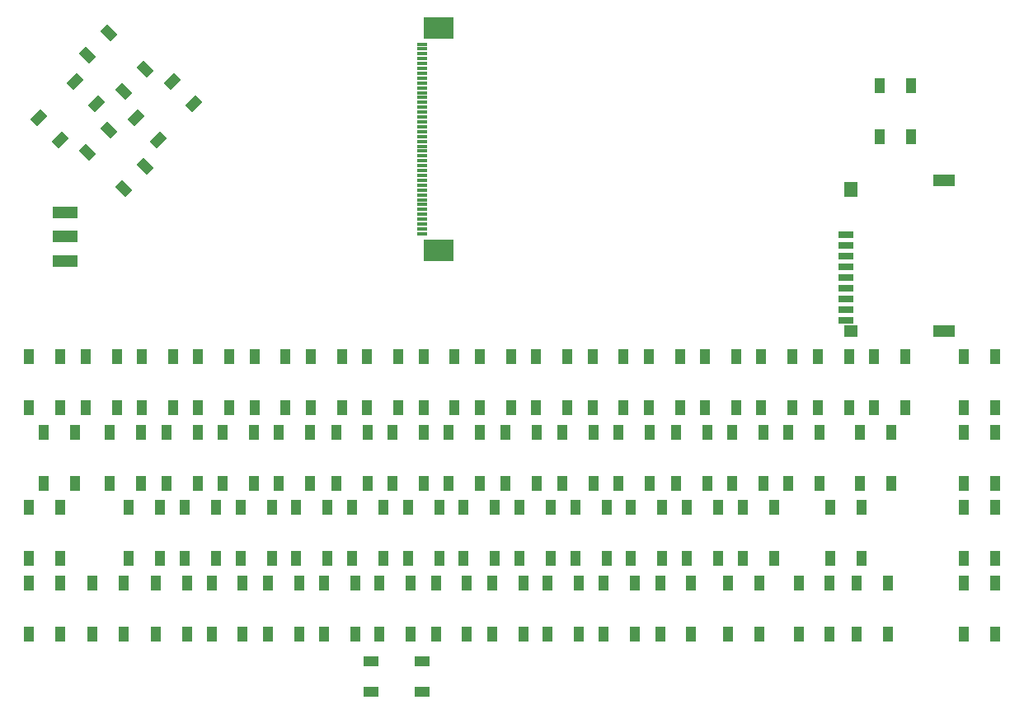
<source format=gbr>
%TF.GenerationSoftware,KiCad,Pcbnew,(6.0.0)*%
%TF.CreationDate,2022-10-15T12:08:06+11:00*%
%TF.ProjectId,c64pico,63363470-6963-46f2-9e6b-696361645f70,rev?*%
%TF.SameCoordinates,Original*%
%TF.FileFunction,Paste,Top*%
%TF.FilePolarity,Positive*%
%FSLAX46Y46*%
G04 Gerber Fmt 4.6, Leading zero omitted, Abs format (unit mm)*
G04 Created by KiCad (PCBNEW (6.0.0)) date 2022-10-15 12:08:06*
%MOMM*%
%LPD*%
G01*
G04 APERTURE LIST*
G04 Aperture macros list*
%AMRotRect*
0 Rectangle, with rotation*
0 The origin of the aperture is its center*
0 $1 length*
0 $2 width*
0 $3 Rotation angle, in degrees counterclockwise*
0 Add horizontal line*
21,1,$1,$2,0,0,$3*%
G04 Aperture macros list end*
%ADD10R,1.000000X1.550000*%
%ADD11RotRect,1.550000X1.000000X135.000000*%
%ADD12RotRect,1.550000X1.000000X45.000000*%
%ADD13R,1.100000X0.300000*%
%ADD14R,3.100000X2.300000*%
%ADD15R,1.600000X0.700000*%
%ADD16R,2.200000X1.200000*%
%ADD17R,1.400000X1.200000*%
%ADD18R,1.400000X1.600000*%
%ADD19R,2.500000X1.250000*%
%ADD20RotRect,1.550000X1.000000X225.000000*%
%ADD21R,1.550000X1.000000*%
G04 APERTURE END LIST*
D10*
%TO.C,SW61*%
X94480000Y-109775000D03*
X94480000Y-104525000D03*
X97680000Y-109775000D03*
X97680000Y-104525000D03*
%TD*%
%TO.C,SW15*%
X108840000Y-112275000D03*
X108840000Y-117525000D03*
X112040000Y-112275000D03*
X112040000Y-117525000D03*
%TD*%
%TO.C,SW62*%
X106050001Y-104525000D03*
X106050001Y-109775000D03*
X109250001Y-104525000D03*
X109250001Y-109775000D03*
%TD*%
D11*
%TO.C,SW67*%
X42589754Y-83492332D03*
X46302064Y-87204642D03*
X44852496Y-81229590D03*
X48564806Y-84941900D03*
%TD*%
D10*
%TO.C,SW10*%
X50740000Y-112275000D03*
X50740000Y-117525000D03*
X53940000Y-112275000D03*
X53940000Y-117525000D03*
%TD*%
%TO.C,SW2*%
X54000000Y-109775000D03*
X54000000Y-104525000D03*
X57200000Y-109775000D03*
X57200000Y-104525000D03*
%TD*%
%TO.C,SW37*%
X84180000Y-133025000D03*
X84180000Y-127775000D03*
X87380000Y-133025000D03*
X87380000Y-127775000D03*
%TD*%
%TO.C,SW23*%
X104170000Y-120025000D03*
X104170000Y-125275000D03*
X107370000Y-120025000D03*
X107370000Y-125275000D03*
%TD*%
%TO.C,SW54*%
X103060000Y-117525000D03*
X103060000Y-112275000D03*
X106260000Y-112275000D03*
X106260000Y-117525000D03*
%TD*%
%TO.C,SW26*%
X43150001Y-127775000D03*
X43150001Y-133025000D03*
X46350001Y-133025000D03*
X46350001Y-127775000D03*
%TD*%
%TO.C,SW48*%
X132650000Y-112274999D03*
X132650000Y-117524999D03*
X135850000Y-117524999D03*
X135850000Y-112274999D03*
%TD*%
%TO.C,SW27*%
X55369999Y-133025000D03*
X55369999Y-127775000D03*
X58569999Y-133025000D03*
X58569999Y-127775000D03*
%TD*%
%TO.C,SW65*%
X121950001Y-117525000D03*
X121950001Y-112275000D03*
X125150001Y-117525000D03*
X125150001Y-112275000D03*
%TD*%
%TO.C,SW44*%
X75580000Y-125275000D03*
X75580000Y-120025000D03*
X78780000Y-125275000D03*
X78780000Y-120025000D03*
%TD*%
%TO.C,SW63*%
X117610000Y-109775000D03*
X117610000Y-104525000D03*
X120810000Y-109775000D03*
X120810000Y-104525000D03*
%TD*%
D12*
%TO.C,SW69*%
X51311996Y-76262474D03*
X47599686Y-79974784D03*
X49862428Y-82237526D03*
X53574738Y-78525216D03*
%TD*%
D10*
%TO.C,SW3*%
X65560000Y-104525000D03*
X65560000Y-109775000D03*
X68760000Y-104525000D03*
X68760000Y-109775000D03*
%TD*%
%TO.C,SW52*%
X79740000Y-112275000D03*
X79740000Y-117525000D03*
X82940000Y-117525000D03*
X82940000Y-112275000D03*
%TD*%
%TO.C,SW53*%
X91400000Y-117525000D03*
X91400000Y-112275000D03*
X94600000Y-117525000D03*
X94600000Y-112275000D03*
%TD*%
%TO.C,SW5*%
X88700000Y-109775000D03*
X88700000Y-104525000D03*
X91900000Y-109775000D03*
X91900000Y-104525000D03*
%TD*%
%TO.C,SW51*%
X68180000Y-117525000D03*
X68180000Y-112275000D03*
X71380000Y-112275000D03*
X71380000Y-117525000D03*
%TD*%
%TO.C,SW58*%
X59780000Y-104525000D03*
X59780000Y-109775000D03*
X62980000Y-109775000D03*
X62980000Y-104525000D03*
%TD*%
%TO.C,SW25*%
X36650000Y-120025000D03*
X36650000Y-125275000D03*
X39850000Y-125275000D03*
X39850000Y-120025000D03*
%TD*%
%TO.C,SW47*%
X109950000Y-125275000D03*
X109950000Y-120025000D03*
X113150000Y-125275000D03*
X113150000Y-120025000D03*
%TD*%
%TO.C,SW49*%
X44899999Y-117525000D03*
X44899999Y-112275000D03*
X48099999Y-117525000D03*
X48099999Y-112275000D03*
%TD*%
%TO.C,SW55*%
X114620000Y-117525000D03*
X114620000Y-112275000D03*
X117820000Y-112275000D03*
X117820000Y-117525000D03*
%TD*%
%TO.C,SW12*%
X73960000Y-117524999D03*
X73960000Y-112274999D03*
X77160000Y-117524999D03*
X77160000Y-112274999D03*
%TD*%
%TO.C,SW46*%
X98390000Y-125275000D03*
X98390000Y-120025000D03*
X101590000Y-125275000D03*
X101590000Y-120025000D03*
%TD*%
D13*
%TO.C,J5*%
X76976800Y-91875009D03*
X76976800Y-91375009D03*
X76976800Y-90875009D03*
X76976800Y-90375009D03*
X76976800Y-89875009D03*
X76976800Y-89375009D03*
X76976800Y-88875009D03*
X76976800Y-88375009D03*
X76976800Y-87875009D03*
X76976800Y-87375009D03*
X76976800Y-86875009D03*
X76976800Y-86375009D03*
X76976800Y-85875009D03*
X76976800Y-85375009D03*
X76976800Y-84875009D03*
X76976800Y-84375009D03*
X76976800Y-83875009D03*
X76976800Y-83375009D03*
X76976800Y-82875009D03*
X76976800Y-82375009D03*
X76976800Y-81875009D03*
X76976800Y-81375009D03*
X76976800Y-80875009D03*
X76976800Y-80375009D03*
X76976800Y-79875009D03*
X76976800Y-79375009D03*
X76976800Y-78875009D03*
X76976800Y-78375009D03*
X76976800Y-77875009D03*
X76976800Y-77375009D03*
X76976800Y-76875009D03*
X76976800Y-76375009D03*
X76976800Y-75875009D03*
X76976800Y-75375009D03*
X76976800Y-74875009D03*
X76976800Y-74375009D03*
X76976800Y-73875009D03*
X76976800Y-73375009D03*
X76976800Y-72875009D03*
X76976800Y-72375009D03*
D14*
X78676800Y-70705009D03*
X78676800Y-93545009D03*
%TD*%
D10*
%TO.C,SW39*%
X108400000Y-133025000D03*
X108400000Y-127775000D03*
X111600000Y-133025000D03*
X111600000Y-127775000D03*
%TD*%
%TO.C,SW70*%
X124000000Y-81925000D03*
X124000000Y-76675000D03*
X127200000Y-81925000D03*
X127200000Y-76675000D03*
%TD*%
%TO.C,SW13*%
X85545001Y-112275000D03*
X85545001Y-117525000D03*
X88745001Y-112275000D03*
X88745001Y-117525000D03*
%TD*%
D15*
%TO.C,J6*%
X120499998Y-91950000D03*
X120499998Y-93050000D03*
X120499998Y-94150000D03*
X120499998Y-95250000D03*
X120499998Y-96350000D03*
D16*
X130599998Y-86400000D03*
D17*
X120999998Y-101900000D03*
D18*
X120999998Y-87300000D03*
D16*
X130599998Y-101900000D03*
D15*
X120499998Y-97450000D03*
X120499998Y-98550000D03*
X120499998Y-99650000D03*
X120499998Y-100750000D03*
%TD*%
D10*
%TO.C,SW6*%
X100260000Y-109775000D03*
X100260000Y-104525000D03*
X103460000Y-109775000D03*
X103460000Y-104525000D03*
%TD*%
%TO.C,SW16*%
X118900000Y-125275000D03*
X118900000Y-120025000D03*
X122100000Y-120025000D03*
X122100000Y-125275000D03*
%TD*%
%TO.C,SW60*%
X82910000Y-104525000D03*
X82910000Y-109775000D03*
X86110000Y-104525000D03*
X86110000Y-109775000D03*
%TD*%
%TO.C,SW28*%
X66930000Y-127775000D03*
X66930000Y-133025000D03*
X70130000Y-133025000D03*
X70130000Y-127775000D03*
%TD*%
%TO.C,SW40*%
X132650000Y-109775000D03*
X132650000Y-104525000D03*
X135850000Y-109775000D03*
X135850000Y-104525000D03*
%TD*%
%TO.C,SW32*%
X115650000Y-133025000D03*
X115650000Y-127775000D03*
X118850000Y-133025000D03*
X118850000Y-127775000D03*
%TD*%
%TO.C,SW34*%
X49650000Y-133025000D03*
X49650000Y-127775000D03*
X52850000Y-127775000D03*
X52850000Y-133025000D03*
%TD*%
%TO.C,SW29*%
X78400001Y-133025000D03*
X78400001Y-127775000D03*
X81600001Y-127775000D03*
X81600001Y-133025000D03*
%TD*%
D11*
%TO.C,SW66*%
X42589754Y-73516281D03*
X46302064Y-77228591D03*
X48564806Y-74965849D03*
X44852496Y-71253539D03*
%TD*%
D19*
%TO.C,SW71*%
X40350000Y-89650000D03*
X40350000Y-92150000D03*
X40350000Y-94650000D03*
%TD*%
D10*
%TO.C,SW59*%
X71350000Y-104525000D03*
X71350000Y-109775000D03*
X74550000Y-104525000D03*
X74550000Y-109775000D03*
%TD*%
%TO.C,SW11*%
X62299999Y-112275000D03*
X62299999Y-117525000D03*
X65499999Y-112275000D03*
X65499999Y-117525000D03*
%TD*%
%TO.C,SW7*%
X111830000Y-109775000D03*
X111830000Y-104525000D03*
X115030000Y-104525000D03*
X115030000Y-109775000D03*
%TD*%
%TO.C,SW50*%
X56520000Y-112275000D03*
X56520000Y-117525000D03*
X59720000Y-117525000D03*
X59720000Y-112275000D03*
%TD*%
%TO.C,SW9*%
X36650000Y-109775000D03*
X36650000Y-104525000D03*
X39850000Y-104525000D03*
X39850000Y-109775000D03*
%TD*%
%TO.C,SW31*%
X101430000Y-133025000D03*
X101430000Y-127775000D03*
X104630000Y-133025000D03*
X104630000Y-127775000D03*
%TD*%
%TO.C,SW30*%
X89869999Y-133025000D03*
X89869999Y-127775000D03*
X93069999Y-127775000D03*
X93069999Y-133025000D03*
%TD*%
%TO.C,SW1*%
X42430000Y-104525000D03*
X42430000Y-109775000D03*
X45630000Y-109775000D03*
X45630000Y-104525000D03*
%TD*%
%TO.C,SW38*%
X95650001Y-127775000D03*
X95650001Y-133025000D03*
X98850001Y-127775000D03*
X98850001Y-133025000D03*
%TD*%
%TO.C,SW8*%
X123400000Y-104525000D03*
X123400000Y-109775000D03*
X126600000Y-104525000D03*
X126600000Y-109775000D03*
%TD*%
%TO.C,SW56*%
X132650000Y-125275000D03*
X132650000Y-120025000D03*
X135850000Y-120025000D03*
X135850000Y-125275000D03*
%TD*%
%TO.C,SW35*%
X61150001Y-133025000D03*
X61150001Y-127775000D03*
X64350001Y-127775000D03*
X64350001Y-133025000D03*
%TD*%
%TO.C,SW45*%
X86989999Y-120025000D03*
X86989999Y-125275000D03*
X90189999Y-120025000D03*
X90189999Y-125275000D03*
%TD*%
%TO.C,SW22*%
X92770001Y-120025000D03*
X92770001Y-125275000D03*
X95970001Y-120025000D03*
X95970001Y-125275000D03*
%TD*%
%TO.C,SW18*%
X46840000Y-125275000D03*
X46840000Y-120025000D03*
X50040000Y-120025000D03*
X50040000Y-125275000D03*
%TD*%
D20*
%TO.C,SW68*%
X43576868Y-78525216D03*
X39864558Y-82237526D03*
X37601816Y-79974784D03*
X41314126Y-76262474D03*
%TD*%
D10*
%TO.C,SW20*%
X69800000Y-125275000D03*
X69800000Y-120025000D03*
X73000000Y-125275000D03*
X73000000Y-120025000D03*
%TD*%
%TO.C,SW64*%
X132650000Y-127775001D03*
X132650000Y-133025001D03*
X135850000Y-127775001D03*
X135850000Y-133025001D03*
%TD*%
%TO.C,SW14*%
X97180000Y-112275000D03*
X97180000Y-117525000D03*
X100380000Y-117525000D03*
X100380000Y-112275000D03*
%TD*%
%TO.C,SW36*%
X72619999Y-127775000D03*
X72619999Y-133025000D03*
X75819999Y-133025000D03*
X75819999Y-127775000D03*
%TD*%
D21*
%TO.C,SW33*%
X76955000Y-139000000D03*
X71705000Y-139000000D03*
X71705000Y-135800000D03*
X76955000Y-135800000D03*
%TD*%
D10*
%TO.C,SW41*%
X36650000Y-127775001D03*
X36650000Y-133025001D03*
X39850000Y-127775001D03*
X39850000Y-133025001D03*
%TD*%
%TO.C,SW4*%
X77130000Y-109774999D03*
X77130000Y-104524999D03*
X80330000Y-109774999D03*
X80330000Y-104524999D03*
%TD*%
%TO.C,SW42*%
X52620000Y-125275000D03*
X52620000Y-120025000D03*
X55820000Y-120025000D03*
X55820000Y-125275000D03*
%TD*%
%TO.C,SW19*%
X58399999Y-125275000D03*
X58399999Y-120025000D03*
X61599999Y-120025000D03*
X61599999Y-125275000D03*
%TD*%
%TO.C,SW17*%
X38150000Y-112275000D03*
X38150000Y-117525000D03*
X41350000Y-117525000D03*
X41350000Y-112275000D03*
%TD*%
%TO.C,SW43*%
X64020001Y-125275000D03*
X64020001Y-120025000D03*
X67220001Y-120025000D03*
X67220001Y-125275000D03*
%TD*%
%TO.C,SW21*%
X81210000Y-125275000D03*
X81210000Y-120025000D03*
X84410000Y-125275000D03*
X84410000Y-120025000D03*
%TD*%
%TO.C,SW57*%
X48220000Y-109774999D03*
X48220000Y-104524999D03*
X51420000Y-109774999D03*
X51420000Y-104524999D03*
%TD*%
%TO.C,SW24*%
X121650000Y-133025000D03*
X121650000Y-127775000D03*
X124850000Y-127775000D03*
X124850000Y-133025000D03*
%TD*%
M02*

</source>
